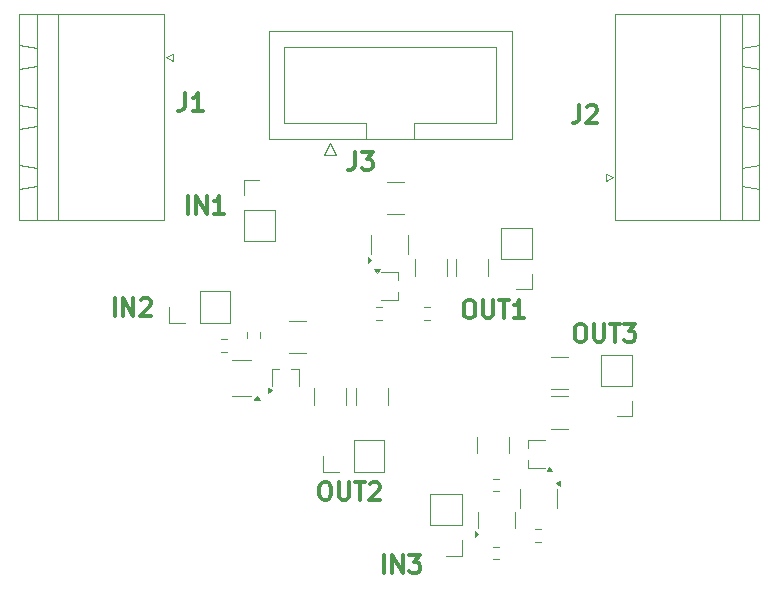
<source format=gbr>
%TF.GenerationSoftware,KiCad,Pcbnew,8.0.1*%
%TF.CreationDate,2024-07-21T18:07:33+02:00*%
%TF.ProjectId,byp,6279702e-6b69-4636-9164-5f7063625858,rev?*%
%TF.SameCoordinates,Original*%
%TF.FileFunction,Legend,Top*%
%TF.FilePolarity,Positive*%
%FSLAX46Y46*%
G04 Gerber Fmt 4.6, Leading zero omitted, Abs format (unit mm)*
G04 Created by KiCad (PCBNEW 8.0.1) date 2024-07-21 18:07:33*
%MOMM*%
%LPD*%
G01*
G04 APERTURE LIST*
%ADD10C,0.300000*%
%ADD11C,0.120000*%
G04 APERTURE END LIST*
D10*
X106640225Y-74500828D02*
X106925939Y-74500828D01*
X106925939Y-74500828D02*
X107068796Y-74572257D01*
X107068796Y-74572257D02*
X107211653Y-74715114D01*
X107211653Y-74715114D02*
X107283082Y-75000828D01*
X107283082Y-75000828D02*
X107283082Y-75500828D01*
X107283082Y-75500828D02*
X107211653Y-75786542D01*
X107211653Y-75786542D02*
X107068796Y-75929400D01*
X107068796Y-75929400D02*
X106925939Y-76000828D01*
X106925939Y-76000828D02*
X106640225Y-76000828D01*
X106640225Y-76000828D02*
X106497368Y-75929400D01*
X106497368Y-75929400D02*
X106354510Y-75786542D01*
X106354510Y-75786542D02*
X106283082Y-75500828D01*
X106283082Y-75500828D02*
X106283082Y-75000828D01*
X106283082Y-75000828D02*
X106354510Y-74715114D01*
X106354510Y-74715114D02*
X106497368Y-74572257D01*
X106497368Y-74572257D02*
X106640225Y-74500828D01*
X107925939Y-74500828D02*
X107925939Y-75715114D01*
X107925939Y-75715114D02*
X107997368Y-75857971D01*
X107997368Y-75857971D02*
X108068797Y-75929400D01*
X108068797Y-75929400D02*
X108211654Y-76000828D01*
X108211654Y-76000828D02*
X108497368Y-76000828D01*
X108497368Y-76000828D02*
X108640225Y-75929400D01*
X108640225Y-75929400D02*
X108711654Y-75857971D01*
X108711654Y-75857971D02*
X108783082Y-75715114D01*
X108783082Y-75715114D02*
X108783082Y-74500828D01*
X109283083Y-74500828D02*
X110140226Y-74500828D01*
X109711654Y-76000828D02*
X109711654Y-74500828D01*
X111425940Y-76000828D02*
X110568797Y-76000828D01*
X110997368Y-76000828D02*
X110997368Y-74500828D01*
X110997368Y-74500828D02*
X110854511Y-74715114D01*
X110854511Y-74715114D02*
X110711654Y-74857971D01*
X110711654Y-74857971D02*
X110568797Y-74929400D01*
X116040225Y-76500828D02*
X116325939Y-76500828D01*
X116325939Y-76500828D02*
X116468796Y-76572257D01*
X116468796Y-76572257D02*
X116611653Y-76715114D01*
X116611653Y-76715114D02*
X116683082Y-77000828D01*
X116683082Y-77000828D02*
X116683082Y-77500828D01*
X116683082Y-77500828D02*
X116611653Y-77786542D01*
X116611653Y-77786542D02*
X116468796Y-77929400D01*
X116468796Y-77929400D02*
X116325939Y-78000828D01*
X116325939Y-78000828D02*
X116040225Y-78000828D01*
X116040225Y-78000828D02*
X115897368Y-77929400D01*
X115897368Y-77929400D02*
X115754510Y-77786542D01*
X115754510Y-77786542D02*
X115683082Y-77500828D01*
X115683082Y-77500828D02*
X115683082Y-77000828D01*
X115683082Y-77000828D02*
X115754510Y-76715114D01*
X115754510Y-76715114D02*
X115897368Y-76572257D01*
X115897368Y-76572257D02*
X116040225Y-76500828D01*
X117325939Y-76500828D02*
X117325939Y-77715114D01*
X117325939Y-77715114D02*
X117397368Y-77857971D01*
X117397368Y-77857971D02*
X117468797Y-77929400D01*
X117468797Y-77929400D02*
X117611654Y-78000828D01*
X117611654Y-78000828D02*
X117897368Y-78000828D01*
X117897368Y-78000828D02*
X118040225Y-77929400D01*
X118040225Y-77929400D02*
X118111654Y-77857971D01*
X118111654Y-77857971D02*
X118183082Y-77715114D01*
X118183082Y-77715114D02*
X118183082Y-76500828D01*
X118683083Y-76500828D02*
X119540226Y-76500828D01*
X119111654Y-78000828D02*
X119111654Y-76500828D01*
X119897368Y-76500828D02*
X120825940Y-76500828D01*
X120825940Y-76500828D02*
X120325940Y-77072257D01*
X120325940Y-77072257D02*
X120540225Y-77072257D01*
X120540225Y-77072257D02*
X120683083Y-77143685D01*
X120683083Y-77143685D02*
X120754511Y-77215114D01*
X120754511Y-77215114D02*
X120825940Y-77357971D01*
X120825940Y-77357971D02*
X120825940Y-77715114D01*
X120825940Y-77715114D02*
X120754511Y-77857971D01*
X120754511Y-77857971D02*
X120683083Y-77929400D01*
X120683083Y-77929400D02*
X120540225Y-78000828D01*
X120540225Y-78000828D02*
X120111654Y-78000828D01*
X120111654Y-78000828D02*
X119968797Y-77929400D01*
X119968797Y-77929400D02*
X119897368Y-77857971D01*
X94440225Y-89900828D02*
X94725939Y-89900828D01*
X94725939Y-89900828D02*
X94868796Y-89972257D01*
X94868796Y-89972257D02*
X95011653Y-90115114D01*
X95011653Y-90115114D02*
X95083082Y-90400828D01*
X95083082Y-90400828D02*
X95083082Y-90900828D01*
X95083082Y-90900828D02*
X95011653Y-91186542D01*
X95011653Y-91186542D02*
X94868796Y-91329400D01*
X94868796Y-91329400D02*
X94725939Y-91400828D01*
X94725939Y-91400828D02*
X94440225Y-91400828D01*
X94440225Y-91400828D02*
X94297368Y-91329400D01*
X94297368Y-91329400D02*
X94154510Y-91186542D01*
X94154510Y-91186542D02*
X94083082Y-90900828D01*
X94083082Y-90900828D02*
X94083082Y-90400828D01*
X94083082Y-90400828D02*
X94154510Y-90115114D01*
X94154510Y-90115114D02*
X94297368Y-89972257D01*
X94297368Y-89972257D02*
X94440225Y-89900828D01*
X95725939Y-89900828D02*
X95725939Y-91115114D01*
X95725939Y-91115114D02*
X95797368Y-91257971D01*
X95797368Y-91257971D02*
X95868797Y-91329400D01*
X95868797Y-91329400D02*
X96011654Y-91400828D01*
X96011654Y-91400828D02*
X96297368Y-91400828D01*
X96297368Y-91400828D02*
X96440225Y-91329400D01*
X96440225Y-91329400D02*
X96511654Y-91257971D01*
X96511654Y-91257971D02*
X96583082Y-91115114D01*
X96583082Y-91115114D02*
X96583082Y-89900828D01*
X97083083Y-89900828D02*
X97940226Y-89900828D01*
X97511654Y-91400828D02*
X97511654Y-89900828D01*
X98368797Y-90043685D02*
X98440225Y-89972257D01*
X98440225Y-89972257D02*
X98583083Y-89900828D01*
X98583083Y-89900828D02*
X98940225Y-89900828D01*
X98940225Y-89900828D02*
X99083083Y-89972257D01*
X99083083Y-89972257D02*
X99154511Y-90043685D01*
X99154511Y-90043685D02*
X99225940Y-90186542D01*
X99225940Y-90186542D02*
X99225940Y-90329400D01*
X99225940Y-90329400D02*
X99154511Y-90543685D01*
X99154511Y-90543685D02*
X98297368Y-91400828D01*
X98297368Y-91400828D02*
X99225940Y-91400828D01*
X99554510Y-97600828D02*
X99554510Y-96100828D01*
X100268796Y-97600828D02*
X100268796Y-96100828D01*
X100268796Y-96100828D02*
X101125939Y-97600828D01*
X101125939Y-97600828D02*
X101125939Y-96100828D01*
X101697368Y-96100828D02*
X102625940Y-96100828D01*
X102625940Y-96100828D02*
X102125940Y-96672257D01*
X102125940Y-96672257D02*
X102340225Y-96672257D01*
X102340225Y-96672257D02*
X102483083Y-96743685D01*
X102483083Y-96743685D02*
X102554511Y-96815114D01*
X102554511Y-96815114D02*
X102625940Y-96957971D01*
X102625940Y-96957971D02*
X102625940Y-97315114D01*
X102625940Y-97315114D02*
X102554511Y-97457971D01*
X102554511Y-97457971D02*
X102483083Y-97529400D01*
X102483083Y-97529400D02*
X102340225Y-97600828D01*
X102340225Y-97600828D02*
X101911654Y-97600828D01*
X101911654Y-97600828D02*
X101768797Y-97529400D01*
X101768797Y-97529400D02*
X101697368Y-97457971D01*
X76754510Y-75800828D02*
X76754510Y-74300828D01*
X77468796Y-75800828D02*
X77468796Y-74300828D01*
X77468796Y-74300828D02*
X78325939Y-75800828D01*
X78325939Y-75800828D02*
X78325939Y-74300828D01*
X78968797Y-74443685D02*
X79040225Y-74372257D01*
X79040225Y-74372257D02*
X79183083Y-74300828D01*
X79183083Y-74300828D02*
X79540225Y-74300828D01*
X79540225Y-74300828D02*
X79683083Y-74372257D01*
X79683083Y-74372257D02*
X79754511Y-74443685D01*
X79754511Y-74443685D02*
X79825940Y-74586542D01*
X79825940Y-74586542D02*
X79825940Y-74729400D01*
X79825940Y-74729400D02*
X79754511Y-74943685D01*
X79754511Y-74943685D02*
X78897368Y-75800828D01*
X78897368Y-75800828D02*
X79825940Y-75800828D01*
X82954510Y-67200828D02*
X82954510Y-65700828D01*
X83668796Y-67200828D02*
X83668796Y-65700828D01*
X83668796Y-65700828D02*
X84525939Y-67200828D01*
X84525939Y-67200828D02*
X84525939Y-65700828D01*
X86025940Y-67200828D02*
X85168797Y-67200828D01*
X85597368Y-67200828D02*
X85597368Y-65700828D01*
X85597368Y-65700828D02*
X85454511Y-65915114D01*
X85454511Y-65915114D02*
X85311654Y-66057971D01*
X85311654Y-66057971D02*
X85168797Y-66129400D01*
X82700000Y-56978328D02*
X82700000Y-58049757D01*
X82700000Y-58049757D02*
X82628571Y-58264042D01*
X82628571Y-58264042D02*
X82485714Y-58406900D01*
X82485714Y-58406900D02*
X82271428Y-58478328D01*
X82271428Y-58478328D02*
X82128571Y-58478328D01*
X84200000Y-58478328D02*
X83342857Y-58478328D01*
X83771428Y-58478328D02*
X83771428Y-56978328D01*
X83771428Y-56978328D02*
X83628571Y-57192614D01*
X83628571Y-57192614D02*
X83485714Y-57335471D01*
X83485714Y-57335471D02*
X83342857Y-57406900D01*
X97100000Y-61978328D02*
X97100000Y-63049757D01*
X97100000Y-63049757D02*
X97028571Y-63264042D01*
X97028571Y-63264042D02*
X96885714Y-63406900D01*
X96885714Y-63406900D02*
X96671428Y-63478328D01*
X96671428Y-63478328D02*
X96528571Y-63478328D01*
X97671428Y-61978328D02*
X98600000Y-61978328D01*
X98600000Y-61978328D02*
X98100000Y-62549757D01*
X98100000Y-62549757D02*
X98314285Y-62549757D01*
X98314285Y-62549757D02*
X98457143Y-62621185D01*
X98457143Y-62621185D02*
X98528571Y-62692614D01*
X98528571Y-62692614D02*
X98600000Y-62835471D01*
X98600000Y-62835471D02*
X98600000Y-63192614D01*
X98600000Y-63192614D02*
X98528571Y-63335471D01*
X98528571Y-63335471D02*
X98457143Y-63406900D01*
X98457143Y-63406900D02*
X98314285Y-63478328D01*
X98314285Y-63478328D02*
X97885714Y-63478328D01*
X97885714Y-63478328D02*
X97742857Y-63406900D01*
X97742857Y-63406900D02*
X97671428Y-63335471D01*
X116100000Y-57978328D02*
X116100000Y-59049757D01*
X116100000Y-59049757D02*
X116028571Y-59264042D01*
X116028571Y-59264042D02*
X115885714Y-59406900D01*
X115885714Y-59406900D02*
X115671428Y-59478328D01*
X115671428Y-59478328D02*
X115528571Y-59478328D01*
X116742857Y-58121185D02*
X116814285Y-58049757D01*
X116814285Y-58049757D02*
X116957143Y-57978328D01*
X116957143Y-57978328D02*
X117314285Y-57978328D01*
X117314285Y-57978328D02*
X117457143Y-58049757D01*
X117457143Y-58049757D02*
X117528571Y-58121185D01*
X117528571Y-58121185D02*
X117600000Y-58264042D01*
X117600000Y-58264042D02*
X117600000Y-58406900D01*
X117600000Y-58406900D02*
X117528571Y-58621185D01*
X117528571Y-58621185D02*
X116671428Y-59478328D01*
X116671428Y-59478328D02*
X117600000Y-59478328D01*
D11*
%TO.C,C3*%
X105640000Y-72448752D02*
X105640000Y-71026248D01*
X108360000Y-72448752D02*
X108360000Y-71026248D01*
%TO.C,R4*%
X87977500Y-77667224D02*
X87977500Y-77157776D01*
X89022500Y-77667224D02*
X89022500Y-77157776D01*
%TO.C,R3*%
X85745276Y-77802500D02*
X86254724Y-77802500D01*
X85745276Y-78847500D02*
X86254724Y-78847500D01*
%TO.C,J6*%
X81345000Y-76405000D02*
X81345000Y-75075000D01*
X82675000Y-76405000D02*
X81345000Y-76405000D01*
X83945000Y-73745000D02*
X86545000Y-73745000D01*
X83945000Y-76405000D02*
X83945000Y-73745000D01*
X83945000Y-76405000D02*
X86545000Y-76405000D01*
X86545000Y-76405000D02*
X86545000Y-73745000D01*
%TO.C,J5*%
X109420000Y-70980000D02*
X109420000Y-68380000D01*
X112080000Y-68380000D02*
X109420000Y-68380000D01*
X112080000Y-70980000D02*
X109420000Y-70980000D01*
X112080000Y-70980000D02*
X112080000Y-68380000D01*
X112080000Y-72250000D02*
X112080000Y-73580000D01*
X112080000Y-73580000D02*
X110750000Y-73580000D01*
%TO.C,U1*%
X98440000Y-69800000D02*
X98440000Y-69000000D01*
X98440000Y-69800000D02*
X98440000Y-70600000D01*
X101560000Y-69800000D02*
X101560000Y-69000000D01*
X101560000Y-69800000D02*
X101560000Y-70600000D01*
X98490000Y-71100000D02*
X98160000Y-71340000D01*
X98160000Y-70860000D01*
X98490000Y-71100000D01*
G36*
X98490000Y-71100000D02*
G01*
X98160000Y-71340000D01*
X98160000Y-70860000D01*
X98490000Y-71100000D01*
G37*
%TO.C,J4*%
X87670000Y-64270000D02*
X89000000Y-64270000D01*
X87670000Y-65600000D02*
X87670000Y-64270000D01*
X87670000Y-66870000D02*
X87670000Y-69470000D01*
X87670000Y-66870000D02*
X90330000Y-66870000D01*
X87670000Y-69470000D02*
X90330000Y-69470000D01*
X90330000Y-66870000D02*
X90330000Y-69470000D01*
%TO.C,R2*%
X99342224Y-75077500D02*
X98832776Y-75077500D01*
X99342224Y-76122500D02*
X98832776Y-76122500D01*
%TO.C,D1*%
X99320000Y-72140000D02*
X100730000Y-72140000D01*
X99320000Y-74460000D02*
X100730000Y-74460000D01*
X100730000Y-72140000D02*
X100730000Y-72800000D01*
X100730000Y-73800000D02*
X100730000Y-74460000D01*
X98950000Y-72160000D02*
X98710000Y-71830000D01*
X99190000Y-71830000D01*
X98950000Y-72160000D01*
G36*
X98950000Y-72160000D02*
G01*
X98710000Y-71830000D01*
X99190000Y-71830000D01*
X98950000Y-72160000D01*
G37*
%TO.C,C6*%
X93640000Y-81926248D02*
X93640000Y-83348752D01*
X96360000Y-81926248D02*
X96360000Y-83348752D01*
%TO.C,C2*%
X102140000Y-72448752D02*
X102140000Y-71026248D01*
X104860000Y-72448752D02*
X104860000Y-71026248D01*
%TO.C,C1*%
X99788748Y-64440000D02*
X101211252Y-64440000D01*
X99788748Y-67160000D02*
X101211252Y-67160000D01*
%TO.C,R5*%
X112811001Y-93885439D02*
X112301553Y-93885439D01*
X112811001Y-94930439D02*
X112301553Y-94930439D01*
%TO.C,J1*%
X68667500Y-50270000D02*
X68667500Y-67730000D01*
X68667500Y-52920000D02*
X68667500Y-54920000D01*
X68667500Y-54920000D02*
X70167500Y-54670000D01*
X68667500Y-58000000D02*
X68667500Y-60000000D01*
X68667500Y-60000000D02*
X70167500Y-59750000D01*
X68667500Y-63080000D02*
X68667500Y-65080000D01*
X68667500Y-65080000D02*
X70167500Y-64830000D01*
X68667500Y-67730000D02*
X80887500Y-67730000D01*
X70167500Y-50270000D02*
X71967500Y-50270000D01*
X70167500Y-53170000D02*
X68667500Y-52920000D01*
X70167500Y-54670000D02*
X70167500Y-53170000D01*
X70167500Y-58250000D02*
X68667500Y-58000000D01*
X70167500Y-59750000D02*
X70167500Y-58250000D01*
X70167500Y-63330000D02*
X68667500Y-63080000D01*
X70167500Y-64830000D02*
X70167500Y-63330000D01*
X70167500Y-67730000D02*
X70167500Y-50270000D01*
X71967500Y-50270000D02*
X71967500Y-67730000D01*
X71967500Y-67730000D02*
X70167500Y-67730000D01*
X80887500Y-50270000D02*
X68667500Y-50270000D01*
X80887500Y-67730000D02*
X80887500Y-50270000D01*
X81087500Y-53920000D02*
X81687500Y-53620000D01*
X81687500Y-53620000D02*
X81687500Y-54220000D01*
X81687500Y-54220000D02*
X81087500Y-53920000D01*
%TO.C,J3*%
X89790000Y-51710000D02*
X110370000Y-51710000D01*
X89790000Y-60830000D02*
X89790000Y-51710000D01*
X91090000Y-53020000D02*
X109070000Y-53020000D01*
X91090000Y-59520000D02*
X91090000Y-53020000D01*
X94500000Y-62220000D02*
X95500000Y-62220000D01*
X95000000Y-61220000D02*
X94500000Y-62220000D01*
X95500000Y-62220000D02*
X95000000Y-61220000D01*
X98030000Y-59520000D02*
X91090000Y-59520000D01*
X98030000Y-60830000D02*
X98030000Y-59520000D01*
X102130000Y-59520000D02*
X102130000Y-59520000D01*
X102130000Y-59520000D02*
X102130000Y-60830000D01*
X109070000Y-53020000D02*
X109070000Y-59520000D01*
X109070000Y-59520000D02*
X102130000Y-59520000D01*
X110370000Y-51710000D02*
X110370000Y-60830000D01*
X110370000Y-60830000D02*
X89790000Y-60830000D01*
%TO.C,R7*%
X109311001Y-95385439D02*
X108801553Y-95385439D01*
X109311001Y-96430439D02*
X108801553Y-96430439D01*
%TO.C,R6*%
X109311001Y-89635439D02*
X108801553Y-89635439D01*
X109311001Y-90680439D02*
X108801553Y-90680439D01*
%TO.C,D2*%
X90040000Y-80345000D02*
X90700000Y-80345000D01*
X90040000Y-81755000D02*
X90040000Y-80345000D01*
X91700000Y-80345000D02*
X92360000Y-80345000D01*
X92360000Y-81755000D02*
X92360000Y-80345000D01*
X90060000Y-82125000D02*
X89730000Y-82365000D01*
X89730000Y-81885000D01*
X90060000Y-82125000D01*
G36*
X90060000Y-82125000D02*
G01*
X89730000Y-82365000D01*
X89730000Y-81885000D01*
X90060000Y-82125000D01*
G37*
%TO.C,C9*%
X113686486Y-82637744D02*
X115108990Y-82637744D01*
X113686486Y-85357744D02*
X115108990Y-85357744D01*
%TO.C,J9*%
X117920000Y-81730000D02*
X117920000Y-79130000D01*
X120580000Y-79130000D02*
X117920000Y-79130000D01*
X120580000Y-81730000D02*
X117920000Y-81730000D01*
X120580000Y-81730000D02*
X120580000Y-79130000D01*
X120580000Y-83000000D02*
X120580000Y-84330000D01*
X120580000Y-84330000D02*
X119250000Y-84330000D01*
%TO.C,J7*%
X94380000Y-89005000D02*
X94380000Y-87675000D01*
X95710000Y-89005000D02*
X94380000Y-89005000D01*
X96980000Y-86345000D02*
X99580000Y-86345000D01*
X96980000Y-89005000D02*
X96980000Y-86345000D01*
X96980000Y-89005000D02*
X99580000Y-89005000D01*
X99580000Y-89005000D02*
X99580000Y-86345000D01*
%TO.C,C5*%
X97140000Y-81926248D02*
X97140000Y-83348752D01*
X99860000Y-81926248D02*
X99860000Y-83348752D01*
%TO.C,C7*%
X107390000Y-86038748D02*
X107390000Y-87461252D01*
X110110000Y-86038748D02*
X110110000Y-87461252D01*
%TO.C,U3*%
X111046277Y-91295439D02*
X111046277Y-90495439D01*
X111046277Y-91295439D02*
X111046277Y-92095439D01*
X114166277Y-91295439D02*
X114166277Y-90495439D01*
X114166277Y-91295439D02*
X114166277Y-92095439D01*
X114446277Y-90235439D02*
X114116277Y-89995439D01*
X114446277Y-89755439D01*
X114446277Y-90235439D01*
G36*
X114446277Y-90235439D02*
G01*
X114116277Y-89995439D01*
X114446277Y-89755439D01*
X114446277Y-90235439D01*
G37*
%TO.C,R1*%
X103417224Y-75077500D02*
X102907776Y-75077500D01*
X103417224Y-76122500D02*
X102907776Y-76122500D01*
%TO.C,C8*%
X113679109Y-79298560D02*
X115101613Y-79298560D01*
X113679109Y-82018560D02*
X115101613Y-82018560D01*
%TO.C,J8*%
X103470000Y-93530000D02*
X103470000Y-90930000D01*
X106130000Y-90930000D02*
X103470000Y-90930000D01*
X106130000Y-93530000D02*
X103470000Y-93530000D01*
X106130000Y-93530000D02*
X106130000Y-90930000D01*
X106130000Y-94800000D02*
X106130000Y-96130000D01*
X106130000Y-96130000D02*
X104800000Y-96130000D01*
%TO.C,D3*%
X111770000Y-87000000D02*
X111770000Y-86340000D01*
X111770000Y-88660000D02*
X111770000Y-88000000D01*
X113180000Y-86340000D02*
X111770000Y-86340000D01*
X113180000Y-88660000D02*
X111770000Y-88660000D01*
X113790000Y-88970000D02*
X113310000Y-88970000D01*
X113550000Y-88640000D01*
X113790000Y-88970000D01*
G36*
X113790000Y-88970000D02*
G01*
X113310000Y-88970000D01*
X113550000Y-88640000D01*
X113790000Y-88970000D01*
G37*
%TO.C,J2*%
X118312500Y-63780000D02*
X118912500Y-64080000D01*
X118312500Y-64380000D02*
X118312500Y-63780000D01*
X118912500Y-64080000D02*
X118312500Y-64380000D01*
X119112500Y-50270000D02*
X119112500Y-67730000D01*
X119112500Y-67730000D02*
X131332500Y-67730000D01*
X128032500Y-50270000D02*
X129832500Y-50270000D01*
X128032500Y-67730000D02*
X128032500Y-50270000D01*
X129832500Y-50270000D02*
X129832500Y-67730000D01*
X129832500Y-53170000D02*
X129832500Y-54670000D01*
X129832500Y-54670000D02*
X131332500Y-54920000D01*
X129832500Y-58250000D02*
X129832500Y-59750000D01*
X129832500Y-59750000D02*
X131332500Y-60000000D01*
X129832500Y-63330000D02*
X129832500Y-64830000D01*
X129832500Y-64830000D02*
X131332500Y-65080000D01*
X129832500Y-67730000D02*
X128032500Y-67730000D01*
X131332500Y-50270000D02*
X119112500Y-50270000D01*
X131332500Y-52920000D02*
X129832500Y-53170000D01*
X131332500Y-54920000D02*
X131332500Y-52920000D01*
X131332500Y-58000000D02*
X129832500Y-58250000D01*
X131332500Y-60000000D02*
X131332500Y-58000000D01*
X131332500Y-63080000D02*
X129832500Y-63330000D01*
X131332500Y-65080000D02*
X131332500Y-63080000D01*
X131332500Y-67730000D02*
X131332500Y-50270000D01*
%TO.C,U2*%
X87500000Y-79515000D02*
X86700000Y-79515000D01*
X87500000Y-79515000D02*
X88300000Y-79515000D01*
X87500000Y-82635000D02*
X86700000Y-82635000D01*
X87500000Y-82635000D02*
X88300000Y-82635000D01*
X89040000Y-82915000D02*
X88560000Y-82915000D01*
X88800000Y-82585000D01*
X89040000Y-82915000D01*
G36*
X89040000Y-82915000D02*
G01*
X88560000Y-82915000D01*
X88800000Y-82585000D01*
X89040000Y-82915000D01*
G37*
%TO.C,Q1*%
X107496277Y-93095439D02*
X107496277Y-92445439D01*
X107496277Y-93095439D02*
X107496277Y-93745439D01*
X110616277Y-93095439D02*
X110616277Y-92445439D01*
X110616277Y-93095439D02*
X110616277Y-93745439D01*
X107546277Y-94257939D02*
X107216277Y-94497939D01*
X107216277Y-94017939D01*
X107546277Y-94257939D01*
G36*
X107546277Y-94257939D02*
G01*
X107216277Y-94497939D01*
X107216277Y-94017939D01*
X107546277Y-94257939D01*
G37*
%TO.C,C4*%
X92911252Y-76215000D02*
X91488748Y-76215000D01*
X92911252Y-78935000D02*
X91488748Y-78935000D01*
%TD*%
M02*

</source>
